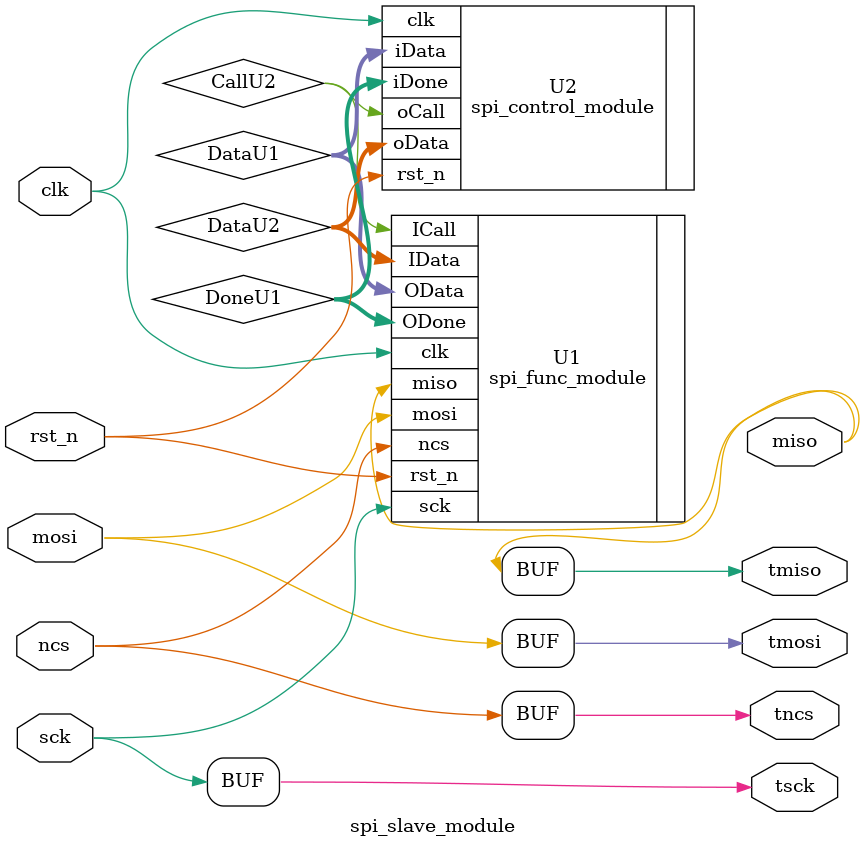
<source format=v>
module spi_slave_module(
   input clk,
   input rst_n,
	//spi部分
   input ncs, mosi, sck,
   output miso,
	//测试信号
	output tncs, tmosi, tsck,
   output tmiso
);
assign tsck = sck;
assign tncs = ncs;
assign tmosi = mosi;
assign tmiso = miso;

wire [1:0] DoneU1/*synthesis keep*/;
wire [7:0] DataU1/*synthesis keep*/;

spi_func_module U1(
	.clk (clk),
	.rst_n (rst_n),
	.ICall (CallU2),
	.IData (DataU2),
	.OData (DataU1),
	.ODone (DoneU1),
	.ncs (ncs),
	.mosi (mosi),
	.sck (sck),
	.miso (miso)
);

wire CallU2;
wire [7:0] DataU2;

spi_control_module U2(
	.clk (clk),
	.rst_n (rst_n),
	.iDone (DoneU1),
	.iData (DataU1),
	.oCall (CallU2),
	.oData (DataU2)
);
endmodule

</source>
